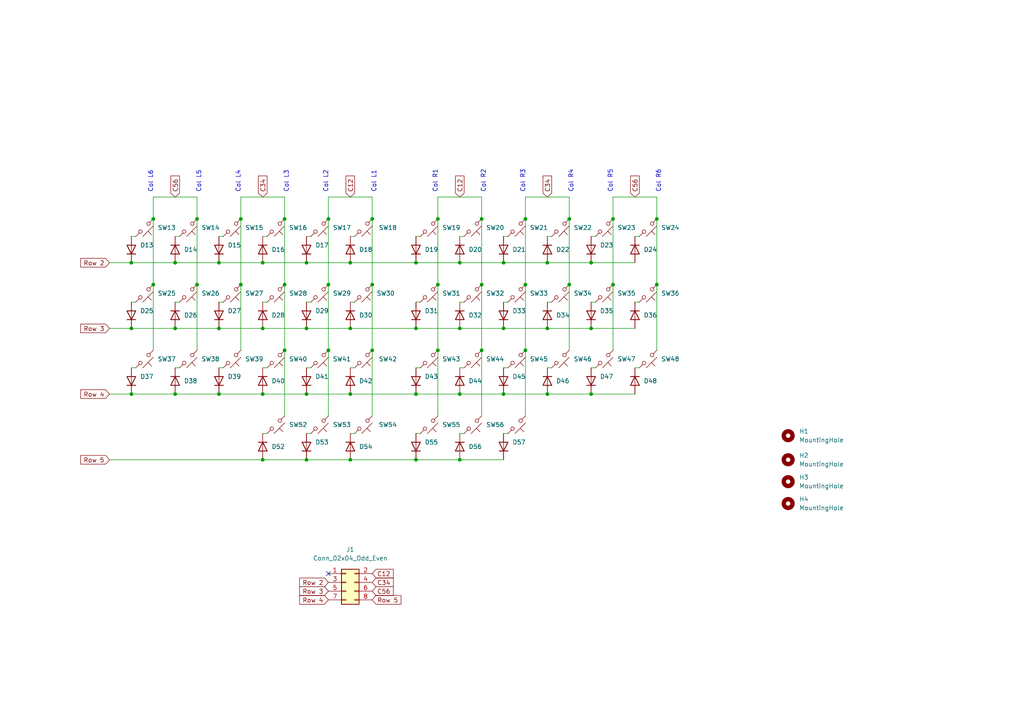
<source format=kicad_sch>
(kicad_sch (version 20230121) (generator eeschema)
  (paper "A4")
  (lib_symbols
    (symbol "Connector_Generic:Conn_02x04_Odd_Even" (pin_names (offset 1.016) hide)
      (property "Reference" "J" (at 1.27 5.08 0))
      (property "Value" "Conn_02x04_Odd_Even" (at 1.27 -7.62 0))
      (symbol "Conn_02x04_Odd_Even_1_1"
        (rectangle (start -1.27 -4.953) (end 0 -5.207) (stroke (width 0.1524)))
        (rectangle (start -1.27 -2.413) (end 0 -2.667) (stroke (width 0.1524)))
        (rectangle (start -1.27 0.127) (end 0 -0.127) (stroke (width 0.1524)))
        (rectangle (start -1.27 2.667) (end 0 2.413) (stroke (width 0.1524)))
        (rectangle (start -1.27 3.81) (end 3.81 -6.35) (stroke (width 0.254)) (fill (type background)))
        (rectangle (start 3.81 -4.953) (end 2.54 -5.207) (stroke (width 0.1524)))
        (rectangle (start 3.81 -2.413) (end 2.54 -2.667) (stroke (width 0.1524)))
        (rectangle (start 3.81 0.127) (end 2.54 -0.127) (stroke (width 0.1524)))
        (rectangle (start 3.81 2.667) (end 2.54 2.413) (stroke (width 0.1524)))
        (pin passive line (at -5.08 2.54 0) (length 3.81) (name "Pin_1") (number "1"))
        (pin passive line (at 7.62 2.54 180) (length 3.81) (name "Pin_2") (number "2"))
        (pin passive line (at -5.08 0 0) (length 3.81) (name "Pin_3") (number "3"))
        (pin passive line (at 7.62 0 180) (length 3.81) (name "Pin_4") (number "4"))
        (pin passive line (at -5.08 -2.54 0) (length 3.81) (name "Pin_5") (number "5"))
        (pin passive line (at 7.62 -2.54 180) (length 3.81) (name "Pin_6") (number "6"))
        (pin passive line (at -5.08 -5.08 0) (length 3.81) (name "Pin_7") (number "7"))
        (pin passive line (at 7.62 -5.08 180) (length 3.81) (name "Pin_8") (number "8"))
      )
    )
    (symbol "Diode:1N4448W" (pin_numbers hide) (pin_names hide)
      (property "Reference" "D" (at 0 2.54 0))
      (property "Value" "1N4448W" (at 0 -2.54 0))
      (symbol "1N4448W_0_1"
        (polyline (pts (xy -1.27 1.27) (xy -1.27 -1.27)) (stroke (width 0.254)))
        (polyline (pts (xy 1.27 0) (xy -1.27 0)))
        (polyline (pts (xy 1.27 1.27) (xy 1.27 -1.27) (xy -1.27 0) (xy 1.27 1.27)) (stroke (width 0.254)))
      )
      (symbol "1N4448W_1_1"
        (pin passive line (at -3.81 0 0) (length 2.54) (name "K") (number "1"))
        (pin passive line (at 3.81 0 180) (length 2.54) (name "A") (number "2"))
      )
    )
    (symbol "Mechanical:MountingHole" (pin_names (offset 1.016))
      (property "Reference" "H" (at 0 5.08 0))
      (property "Value" "MountingHole" (at 0 3.175 0))
      (symbol "MountingHole_0_1"
        (circle (center 0 0) (radius 1.27) (stroke (width 1.27)))
      )
    )
    (symbol "Switch:SW_Push_45deg" (pin_numbers hide) (pin_names (offset 1.016) hide)
      (property "Reference" "SW" (at 3.048 1.016 0))
      (property "Value" "SW_Push_45deg" (at 0 -3.81 0))
      (symbol "SW_Push_45deg_0_1"
        (circle (center -1.1684 1.1684) (radius 0.508))
        (polyline (pts (xy -0.508 2.54) (xy 2.54 -0.508)))
        (polyline (pts (xy 1.016 1.016) (xy 2.032 2.032)))
        (polyline (pts (xy -2.54 2.54) (xy -1.524 1.524) (xy -1.524 1.524)))
        (polyline (pts (xy 1.524 -1.524) (xy 2.54 -2.54) (xy 2.54 -2.54) (xy 2.54 -2.54)))
        (circle (center 1.143 -1.1938) (radius 0.508))
        (pin passive line (at -2.54 2.54 0) (length 0) (name "1") (number "1"))
        (pin passive line (at 2.54 -2.54 180) (length 0) (name "2") (number "2"))
      )
    )
  )
  (junction (at 139.7 101.6))
  (junction (at 38.1 95.25))
  (junction (at 101.6 95.25))
  (junction (at 146.05 95.25))
  (junction (at 88.9 95.25))
  (junction (at 171.45 76.2))
  (junction (at 177.8 82.55))
  (junction (at 63.5 76.2))
  (junction (at 101.6 133.35))
  (junction (at 82.55 101.6))
  (junction (at 139.7 63.5))
  (junction (at 152.4 101.6))
  (junction (at 171.45 95.25))
  (junction (at 127 63.5))
  (junction (at 57.15 63.5))
  (junction (at 158.75 95.25))
  (junction (at 50.8 95.25))
  (junction (at 152.4 63.5))
  (junction (at 88.9 114.3))
  (junction (at 95.25 63.5))
  (junction (at 57.15 82.55))
  (junction (at 76.2 114.3))
  (junction (at 76.2 133.35))
  (junction (at 38.1 114.3))
  (junction (at 107.95 101.6))
  (junction (at 152.4 82.55))
  (junction (at 127 82.55))
  (junction (at 120.65 76.2))
  (junction (at 120.65 133.35))
  (junction (at 165.1 63.5))
  (junction (at 82.55 63.5))
  (junction (at 133.35 95.25))
  (junction (at 133.35 114.3))
  (junction (at 146.05 114.3))
  (junction (at 120.65 114.3))
  (junction (at 63.5 95.25))
  (junction (at 139.7 82.55))
  (junction (at 44.45 63.5))
  (junction (at 76.2 95.25))
  (junction (at 88.9 76.2))
  (junction (at 190.5 82.55))
  (junction (at 50.8 114.3))
  (junction (at 165.1 82.55))
  (junction (at 133.35 133.35))
  (junction (at 133.35 76.2))
  (junction (at 107.95 63.5))
  (junction (at 50.8 76.2))
  (junction (at 101.6 114.3))
  (junction (at 120.65 95.25))
  (junction (at 190.5 63.5))
  (junction (at 171.45 114.3))
  (junction (at 76.2 76.2))
  (junction (at 69.85 63.5))
  (junction (at 69.85 82.55))
  (junction (at 82.55 82.55))
  (junction (at 63.5 114.3))
  (junction (at 127 101.6))
  (junction (at 44.45 82.55))
  (junction (at 101.6 76.2))
  (junction (at 95.25 82.55))
  (junction (at 158.75 76.2))
  (junction (at 107.95 82.55))
  (junction (at 95.25 101.6))
  (junction (at 158.75 114.3))
  (junction (at 177.8 63.5))
  (junction (at 88.9 133.35))
  (junction (at 38.1 76.2))
  (junction (at 146.05 76.2))
  (no_connect (at 95.25 166.37))
  (wire (pts (xy 95.25 101.6) (xy 95.25 120.65)))
  (wire (pts (xy 127 63.5) (xy 127 82.55)))
  (wire (pts (xy 172.72 87.63) (xy 171.45 87.63)))
  (wire (pts (xy 57.15 82.55) (xy 57.15 101.6)))
  (wire (pts (xy 76.2 95.25) (xy 88.9 95.25)))
  (wire (pts (xy 76.2 114.3) (xy 88.9 114.3)))
  (wire (pts (xy 76.2 125.73) (xy 77.47 125.73)))
  (wire (pts (xy 165.1 57.15) (xy 165.1 63.5)))
  (wire (pts (xy 120.65 133.35) (xy 133.35 133.35)))
  (wire (pts (xy 69.85 57.15) (xy 69.85 63.5)))
  (wire (pts (xy 158.75 68.58) (xy 160.02 68.58)))
  (wire (pts (xy 76.2 87.63) (xy 77.47 87.63)))
  (wire (pts (xy 171.45 76.2) (xy 184.15 76.2)))
  (wire (pts (xy 158.75 76.2) (xy 171.45 76.2)))
  (wire (pts (xy 146.05 114.3) (xy 158.75 114.3)))
  (wire (pts (xy 76.2 133.35) (xy 88.9 133.35)))
  (wire (pts (xy 64.77 87.63) (xy 63.5 87.63)))
  (wire (pts (xy 152.4 57.15) (xy 152.4 63.5)))
  (wire (pts (xy 133.35 68.58) (xy 134.62 68.58)))
  (wire (pts (xy 38.1 95.25) (xy 50.8 95.25)))
  (wire (pts (xy 127 82.55) (xy 127 101.6)))
  (wire (pts (xy 147.32 87.63) (xy 146.05 87.63)))
  (wire (pts (xy 121.92 106.68) (xy 120.65 106.68)))
  (wire (pts (xy 95.25 57.15) (xy 107.95 57.15)))
  (wire (pts (xy 121.92 68.58) (xy 120.65 68.58)))
  (wire (pts (xy 133.35 114.3) (xy 146.05 114.3)))
  (wire (pts (xy 101.6 106.68) (xy 102.87 106.68)))
  (wire (pts (xy 50.8 76.2) (xy 63.5 76.2)))
  (wire (pts (xy 184.15 68.58) (xy 185.42 68.58)))
  (wire (pts (xy 190.5 63.5) (xy 190.5 82.55)))
  (wire (pts (xy 158.75 114.3) (xy 171.45 114.3)))
  (wire (pts (xy 133.35 87.63) (xy 134.62 87.63)))
  (wire (pts (xy 95.25 82.55) (xy 95.25 101.6)))
  (wire (pts (xy 63.5 95.25) (xy 76.2 95.25)))
  (wire (pts (xy 184.15 87.63) (xy 185.42 87.63)))
  (wire (pts (xy 90.17 68.58) (xy 88.9 68.58)))
  (wire (pts (xy 177.8 57.15) (xy 177.8 63.5)))
  (wire (pts (xy 82.55 82.55) (xy 82.55 101.6)))
  (wire (pts (xy 152.4 63.5) (xy 152.4 82.55)))
  (wire (pts (xy 133.35 133.35) (xy 146.05 133.35)))
  (wire (pts (xy 107.95 101.6) (xy 107.95 120.65)))
  (wire (pts (xy 152.4 101.6) (xy 152.4 120.65)))
  (wire (pts (xy 158.75 106.68) (xy 160.02 106.68)))
  (wire (pts (xy 147.32 106.68) (xy 146.05 106.68)))
  (wire (pts (xy 190.5 57.15) (xy 190.5 63.5)))
  (wire (pts (xy 44.45 63.5) (xy 44.45 82.55)))
  (wire (pts (xy 69.85 82.55) (xy 69.85 101.6)))
  (wire (pts (xy 139.7 82.55) (xy 139.7 101.6)))
  (wire (pts (xy 172.72 68.58) (xy 171.45 68.58)))
  (wire (pts (xy 177.8 82.55) (xy 177.8 101.6)))
  (wire (pts (xy 120.65 76.2) (xy 133.35 76.2)))
  (wire (pts (xy 121.92 125.73) (xy 120.65 125.73)))
  (wire (pts (xy 44.45 57.15) (xy 57.15 57.15)))
  (wire (pts (xy 158.75 95.25) (xy 171.45 95.25)))
  (wire (pts (xy 39.37 87.63) (xy 38.1 87.63)))
  (wire (pts (xy 82.55 63.5) (xy 82.55 82.55)))
  (wire (pts (xy 165.1 63.5) (xy 165.1 82.55)))
  (wire (pts (xy 90.17 106.68) (xy 88.9 106.68)))
  (wire (pts (xy 50.8 95.25) (xy 63.5 95.25)))
  (wire (pts (xy 127 101.6) (xy 127 120.65)))
  (wire (pts (xy 64.77 68.58) (xy 63.5 68.58)))
  (wire (pts (xy 139.7 57.15) (xy 139.7 63.5)))
  (wire (pts (xy 88.9 76.2) (xy 101.6 76.2)))
  (wire (pts (xy 107.95 57.15) (xy 107.95 63.5)))
  (wire (pts (xy 133.35 125.73) (xy 134.62 125.73)))
  (wire (pts (xy 147.32 125.73) (xy 146.05 125.73)))
  (wire (pts (xy 120.65 114.3) (xy 133.35 114.3)))
  (wire (pts (xy 57.15 63.5) (xy 57.15 82.55)))
  (wire (pts (xy 31.75 95.25) (xy 38.1 95.25)))
  (wire (pts (xy 127 57.15) (xy 127 63.5)))
  (wire (pts (xy 121.92 87.63) (xy 120.65 87.63)))
  (wire (pts (xy 95.25 63.5) (xy 95.25 82.55)))
  (wire (pts (xy 158.75 87.63) (xy 160.02 87.63)))
  (wire (pts (xy 133.35 76.2) (xy 146.05 76.2)))
  (wire (pts (xy 101.6 87.63) (xy 102.87 87.63)))
  (wire (pts (xy 152.4 57.15) (xy 165.1 57.15)))
  (wire (pts (xy 76.2 106.68) (xy 77.47 106.68)))
  (wire (pts (xy 133.35 95.25) (xy 146.05 95.25)))
  (wire (pts (xy 50.8 114.3) (xy 63.5 114.3)))
  (wire (pts (xy 165.1 82.55) (xy 165.1 101.6)))
  (wire (pts (xy 39.37 68.58) (xy 38.1 68.58)))
  (wire (pts (xy 177.8 63.5) (xy 177.8 82.55)))
  (wire (pts (xy 31.75 114.3) (xy 38.1 114.3)))
  (wire (pts (xy 152.4 82.55) (xy 152.4 101.6)))
  (wire (pts (xy 90.17 87.63) (xy 88.9 87.63)))
  (wire (pts (xy 76.2 76.2) (xy 88.9 76.2)))
  (wire (pts (xy 139.7 63.5) (xy 139.7 82.55)))
  (wire (pts (xy 88.9 114.3) (xy 101.6 114.3)))
  (wire (pts (xy 88.9 133.35) (xy 101.6 133.35)))
  (wire (pts (xy 38.1 76.2) (xy 50.8 76.2)))
  (wire (pts (xy 38.1 114.3) (xy 50.8 114.3)))
  (wire (pts (xy 127 57.15) (xy 139.7 57.15)))
  (wire (pts (xy 39.37 106.68) (xy 38.1 106.68)))
  (wire (pts (xy 63.5 114.3) (xy 76.2 114.3)))
  (wire (pts (xy 88.9 95.25) (xy 101.6 95.25)))
  (wire (pts (xy 101.6 114.3) (xy 120.65 114.3)))
  (wire (pts (xy 133.35 106.68) (xy 134.62 106.68)))
  (wire (pts (xy 64.77 106.68) (xy 63.5 106.68)))
  (wire (pts (xy 139.7 101.6) (xy 139.7 120.65)))
  (wire (pts (xy 184.15 106.68) (xy 185.42 106.68)))
  (wire (pts (xy 101.6 95.25) (xy 120.65 95.25)))
  (wire (pts (xy 190.5 82.55) (xy 190.5 101.6)))
  (wire (pts (xy 147.32 68.58) (xy 146.05 68.58)))
  (wire (pts (xy 95.25 57.15) (xy 95.25 63.5)))
  (wire (pts (xy 57.15 57.15) (xy 57.15 63.5)))
  (wire (pts (xy 90.17 125.73) (xy 88.9 125.73)))
  (wire (pts (xy 44.45 82.55) (xy 44.45 101.6)))
  (wire (pts (xy 76.2 68.58) (xy 77.47 68.58)))
  (wire (pts (xy 101.6 133.35) (xy 120.65 133.35)))
  (wire (pts (xy 69.85 57.15) (xy 82.55 57.15)))
  (wire (pts (xy 172.72 106.68) (xy 171.45 106.68)))
  (wire (pts (xy 69.85 63.5) (xy 69.85 82.55)))
  (wire (pts (xy 82.55 57.15) (xy 82.55 63.5)))
  (wire (pts (xy 63.5 76.2) (xy 76.2 76.2)))
  (wire (pts (xy 101.6 68.58) (xy 102.87 68.58)))
  (wire (pts (xy 107.95 63.5) (xy 107.95 82.55)))
  (wire (pts (xy 177.8 57.15) (xy 190.5 57.15)))
  (wire (pts (xy 44.45 57.15) (xy 44.45 63.5)))
  (wire (pts (xy 31.75 133.35) (xy 76.2 133.35)))
  (wire (pts (xy 50.8 106.68) (xy 52.07 106.68)))
  (wire (pts (xy 171.45 95.25) (xy 184.15 95.25)))
  (wire (pts (xy 120.65 95.25) (xy 133.35 95.25)))
  (wire (pts (xy 50.8 87.63) (xy 52.07 87.63)))
  (wire (pts (xy 107.95 82.55) (xy 107.95 101.6)))
  (wire (pts (xy 171.45 114.3) (xy 184.15 114.3)))
  (wire (pts (xy 101.6 125.73) (xy 102.87 125.73)))
  (wire (pts (xy 101.6 76.2) (xy 120.65 76.2)))
  (wire (pts (xy 146.05 95.25) (xy 158.75 95.25)))
  (wire (pts (xy 31.75 76.2) (xy 38.1 76.2)))
  (wire (pts (xy 146.05 76.2) (xy 158.75 76.2)))
  (wire (pts (xy 50.8 68.58) (xy 52.07 68.58)))
  (wire (pts (xy 82.55 101.6) (xy 82.55 120.65)))
  (text "Col L4" (at 69.85 55.88 90) (effects (font (size 1.27 1.27)) (justify left bottom)))
  (text "Col R1" (at 127 55.88 90) (effects (font (size 1.27 1.27)) (justify left bottom)))
  (text "Col L1" (at 109.22 55.88 90) (effects (font (size 1.27 1.27)) (justify left bottom)))
  (text "Col R5" (at 177.8 55.88 90) (effects (font (size 1.27 1.27)) (justify left bottom)))
  (text "Col L6" (at 44.45 55.88 90) (effects (font (size 1.27 1.27)) (justify left bottom)))
  (text "Col R3" (at 152.4 55.88 90) (effects (font (size 1.27 1.27)) (justify left bottom)))
  (text "Col L3" (at 83.82 55.88 90) (effects (font (size 1.27 1.27)) (justify left bottom)))
  (text "Col R6" (at 191.77 55.88 90) (effects (font (size 1.27 1.27)) (justify left bottom)))
  (text "Col L5" (at 58.42 55.88 90) (effects (font (size 1.27 1.27)) (justify left bottom)))
  (text "Col R2" (at 140.97 55.88 90) (effects (font (size 1.27 1.27)) (justify left bottom)))
  (text "Col R4" (at 166.37 55.88 90) (effects (font (size 1.27 1.27)) (justify left bottom)))
  (text "Col L2" (at 95.25 55.88 90) (effects (font (size 1.27 1.27)) (justify left bottom)))
  (global_label "Row 4" (shape input) (at 95.25 173.99 180) (property "Intersheetrefs" "${INTERSHEET_REFS}" (effects hide)))
  (global_label "C56" (shape input) (at 107.95 171.45 0) (property "Intersheetrefs" "${INTERSHEET_REFS}" (effects hide)))
  (global_label "C12" (shape input) (at 101.6 57.15 90) (property "Intersheetrefs" "${INTERSHEET_REFS}" (effects hide)))
  (global_label "C34" (shape input) (at 158.75 57.15 90) (property "Intersheetrefs" "${INTERSHEET_REFS}" (effects hide)))
  (global_label "C56" (shape input) (at 184.15 57.15 90) (property "Intersheetrefs" "${INTERSHEET_REFS}" (effects hide)))
  (global_label "C12" (shape input) (at 133.35 57.15 90) (property "Intersheetrefs" "${INTERSHEET_REFS}" (effects hide)))
  (global_label "Row 2" (shape input) (at 31.75 76.2 180) (property "Intersheetrefs" "${INTERSHEET_REFS}" (effects hide)))
  (global_label "Row 5" (shape input) (at 107.95 173.99 0) (property "Intersheetrefs" "${INTERSHEET_REFS}" (effects hide)))
  (global_label "Row 5" (shape input) (at 31.75 133.35 180) (property "Intersheetrefs" "${INTERSHEET_REFS}" (effects hide)))
  (global_label "C56" (shape input) (at 50.8 57.15 90) (property "Intersheetrefs" "${INTERSHEET_REFS}" (effects hide)))
  (global_label "Row 3" (shape input) (at 95.25 171.45 180) (property "Intersheetrefs" "${INTERSHEET_REFS}" (effects hide)))
  (global_label "C12" (shape input) (at 107.95 166.37 0) (property "Intersheetrefs" "${INTERSHEET_REFS}" (effects hide)))
  (global_label "Row 4" (shape input) (at 31.75 114.3 180) (property "Intersheetrefs" "${INTERSHEET_REFS}" (effects hide)))
  (global_label "Row 3" (shape input) (at 31.75 95.25 180) (property "Intersheetrefs" "${INTERSHEET_REFS}" (effects hide)))
  (global_label "C34" (shape input) (at 76.2 57.15 90) (property "Intersheetrefs" "${INTERSHEET_REFS}" (effects hide)))
  (global_label "Row 2" (shape input) (at 95.25 168.91 180) (property "Intersheetrefs" "${INTERSHEET_REFS}" (effects hide)))
  (global_label "C34" (shape input) (at 107.95 168.91 0) (property "Intersheetrefs" "${INTERSHEET_REFS}" (effects hide)))
  (symbol (lib_id "Diode:1N4448W") (at 146.05 72.39 90) (unit 1)
    (property "Reference" "D21" (at 148.59 72.3899 90) (effects (justify right)))
    (property "Value" "1N4448W" (effects hide))
    (property "Footprint" "Keyboard_Foostan:D3_SMD_v2" (effects hide))
    (property "Datasheet" "https://www.vishay.com/docs/85722/1n4448w.pdf" (effects hide))
  )
  (symbol (lib_id "Diode:1N4448W") (at 38.1 91.44 90) (unit 1)
    (property "Reference" "D25" (at 40.64 90.1699 90) (effects (justify right)))
    (property "Value" "1N4448W" (effects hide))
    (property "Footprint" "Keyboard_Foostan:D3_SMD_v2" (effects hide))
    (property "Datasheet" "https://www.vishay.com/docs/85722/1n4448w.pdf" (effects hide))
  )
  (symbol (lib_id "Diode:1N4448W") (at 38.1 110.49 90) (unit 1)
    (property "Reference" "D37" (at 40.64 109.2199 90) (effects (justify right)))
    (property "Value" "1N4448W" (effects hide))
    (property "Footprint" "Keyboard_Foostan:D3_SMD_v2" (effects hide))
    (property "Datasheet" "https://www.vishay.com/docs/85722/1n4448w.pdf" (effects hide))
  )
  (symbol (lib_id "Switch:SW_Push_45deg") (at 54.61 66.04 270) (unit 1)
    (property "Reference" "SW14" (at 58.42 66.0399 90) (effects (justify left)))
    (property "Value" "SW_Push_45deg" (effects hide))
    (property "Footprint" "Keyboard_JSA:ChocV1_Hotswap_reverse" (effects hide))
  )
  (symbol (lib_id "Switch:SW_Push_45deg") (at 149.86 85.09 270) (unit 1)
    (property "Reference" "SW33" (at 153.67 85.0899 90) (effects (justify left)))
    (property "Value" "SW_Push_45deg" (effects hide))
    (property "Footprint" "Keyboard_JSA:ChocV1_Hotswap" (effects hide))
  )
  (symbol (lib_id "Diode:1N4448W") (at 120.65 72.39 90) (unit 1)
    (property "Reference" "D19" (at 123.19 72.3899 90) (effects (justify right)))
    (property "Value" "1N4448W" (effects hide))
    (property "Footprint" "Keyboard_Foostan:D3_SMD_v2" (effects hide))
    (property "Datasheet" "https://www.vishay.com/docs/85722/1n4448w.pdf" (effects hide))
  )
  (symbol (lib_id "Switch:SW_Push_45deg") (at 41.91 104.14 270) (unit 1)
    (property "Reference" "SW37" (at 45.72 104.1399 90) (effects (justify left)))
    (property "Value" "SW_Push_45deg" (effects hide))
    (property "Footprint" "Keyboard_JSA:ChocV1_Hotswap_reverse" (effects hide))
  )
  (symbol (lib_id "Switch:SW_Push_45deg") (at 149.86 66.04 270) (unit 1)
    (property "Reference" "SW21" (at 153.67 66.0399 90) (effects (justify left)))
    (property "Value" "SW_Push_45deg" (effects hide))
    (property "Footprint" "Keyboard_JSA:ChocV1_Hotswap" (effects hide))
  )
  (symbol (lib_id "Switch:SW_Push_45deg") (at 105.41 123.19 270) (unit 1)
    (property "Reference" "SW54" (at 109.855 123.19 90) (effects (justify left)))
    (property "Value" "SW_Push_45deg" (effects hide))
    (property "Footprint" "Keyboard_JSA:ChocV1_Hotswap_reverse" (effects hide))
  )
  (symbol (lib_id "Diode:1N4448W") (at 120.65 110.49 90) (unit 1)
    (property "Reference" "D43" (at 123.19 109.2199 90) (effects (justify right)))
    (property "Value" "1N4448W" (effects hide))
    (property "Footprint" "Keyboard_Foostan:D3_SMD_v2" (effects hide))
    (property "Datasheet" "https://www.vishay.com/docs/85722/1n4448w.pdf" (effects hide))
  )
  (symbol (lib_id "Switch:SW_Push_45deg") (at 149.86 104.14 270) (unit 1)
    (property "Reference" "SW45" (at 153.67 104.1399 90) (effects (justify left)))
    (property "Value" "SW_Push_45deg" (effects hide))
    (property "Footprint" "Keyboard_JSA:ChocV1_Hotswap" (effects hide))
  )
  (symbol (lib_id "Switch:SW_Push_45deg") (at 80.01 85.09 270) (unit 1)
    (property "Reference" "SW28" (at 83.82 85.0899 90) (effects (justify left)))
    (property "Value" "SW_Push_45deg" (effects hide))
    (property "Footprint" "Keyboard_JSA:ChocV1_Hotswap_reverse" (effects hide))
  )
  (symbol (lib_id "Mechanical:MountingHole") (at 228.6 139.7 0) (unit 1)
    (property "Reference" "H3" (at 231.775 138.4299 0) (effects (justify left)))
    (property "Value" "MountingHole" (at 231.775 140.9699 0) (effects (justify left)))
    (property "Footprint" "MountingHole:MountingHole_3.2mm_M3_DIN965" (effects hide))
  )
  (symbol (lib_id "Diode:1N4448W") (at 88.9 72.39 90) (unit 1)
    (property "Reference" "D17" (at 91.44 71.1199 90) (effects (justify right)))
    (property "Value" "1N4448W" (effects hide))
    (property "Footprint" "Keyboard_Foostan:D3_SMD_v2" (effects hide))
    (property "Datasheet" "https://www.vishay.com/docs/85722/1n4448w.pdf" (effects hide))
  )
  (symbol (lib_id "Diode:1N4448W") (at 63.5 72.39 90) (unit 1)
    (property "Reference" "D15" (at 66.04 71.1199 90) (effects (justify right)))
    (property "Value" "1N4448W" (effects hide))
    (property "Footprint" "Keyboard_Foostan:D3_SMD_v2" (effects hide))
    (property "Datasheet" "https://www.vishay.com/docs/85722/1n4448w.pdf" (effects hide))
  )
  (symbol (lib_id "Switch:SW_Push_45deg") (at 137.16 66.04 270) (unit 1)
    (property "Reference" "SW20" (at 140.97 66.0399 90) (effects (justify left)))
    (property "Value" "SW_Push_45deg" (effects hide))
    (property "Footprint" "Keyboard_JSA:ChocV1_Hotswap" (effects hide))
  )
  (symbol (lib_id "Diode:1N4448W") (at 88.9 110.49 90) (unit 1)
    (property "Reference" "D41" (at 91.44 109.2199 90) (effects (justify right)))
    (property "Value" "1N4448W" (effects hide))
    (property "Footprint" "Keyboard_Foostan:D3_SMD_v2" (effects hide))
    (property "Datasheet" "https://www.vishay.com/docs/85722/1n4448w.pdf" (effects hide))
  )
  (symbol (lib_id "Diode:1N4448W") (at 38.1 72.39 90) (unit 1)
    (property "Reference" "D13" (at 40.64 71.1199 90) (effects (justify right)))
    (property "Value" "1N4448W" (effects hide))
    (property "Footprint" "Keyboard_Foostan:D3_SMD_v2" (effects hide))
    (property "Datasheet" "https://www.vishay.com/docs/85722/1n4448w.pdf" (effects hide))
  )
  (symbol (lib_id "Switch:SW_Push_45deg") (at 67.31 85.09 270) (unit 1)
    (property "Reference" "SW27" (at 71.12 85.0899 90) (effects (justify left)))
    (property "Value" "SW_Push_45deg" (effects hide))
    (property "Footprint" "Keyboard_JSA:ChocV1_Hotswap_reverse" (effects hide))
  )
  (symbol (lib_id "Switch:SW_Push_45deg") (at 187.96 85.09 270) (unit 1)
    (property "Reference" "SW36" (at 191.77 85.0899 90) (effects (justify left)))
    (property "Value" "SW_Push_45deg" (effects hide))
    (property "Footprint" "Keyboard_JSA:ChocV1_Hotswap" (effects hide))
  )
  (symbol (lib_id "Switch:SW_Push_45deg") (at 175.26 85.09 270) (unit 1)
    (property "Reference" "SW35" (at 179.07 85.0899 90) (effects (justify left)))
    (property "Value" "SW_Push_45deg" (effects hide))
    (property "Footprint" "Keyboard_JSA:ChocV1_Hotswap" (effects hide))
  )
  (symbol (lib_id "Switch:SW_Push_45deg") (at 137.16 85.09 270) (unit 1)
    (property "Reference" "SW32" (at 140.97 85.0899 90) (effects (justify left)))
    (property "Value" "SW_Push_45deg" (effects hide))
    (property "Footprint" "Keyboard_JSA:ChocV1_Hotswap" (effects hide))
  )
  (symbol (lib_id "Switch:SW_Push_45deg") (at 54.61 104.14 270) (unit 1)
    (property "Reference" "SW38" (at 58.42 104.1399 90) (effects (justify left)))
    (property "Value" "SW_Push_45deg" (effects hide))
    (property "Footprint" "Keyboard_JSA:ChocV1_Hotswap_reverse" (effects hide))
  )
  (symbol (lib_id "Switch:SW_Push_45deg") (at 124.46 85.09 270) (unit 1)
    (property "Reference" "SW31" (at 128.27 85.0899 90) (effects (justify left)))
    (property "Value" "SW_Push_45deg" (effects hide))
    (property "Footprint" "Keyboard_JSA:ChocV1_Hotswap" (effects hide))
  )
  (symbol (lib_id "Diode:1N4448W") (at 120.65 91.44 90) (unit 1)
    (property "Reference" "D31" (at 123.19 90.1699 90) (effects (justify right)))
    (property "Value" "1N4448W" (effects hide))
    (property "Footprint" "Keyboard_Foostan:D3_SMD_v2" (effects hide))
    (property "Datasheet" "https://www.vishay.com/docs/85722/1n4448w.pdf" (effects hide))
  )
  (symbol (lib_id "Switch:SW_Push_45deg") (at 41.91 85.09 270) (unit 1)
    (property "Reference" "SW25" (at 45.72 85.0899 90) (effects (justify left)))
    (property "Value" "SW_Push_45deg" (effects hide))
    (property "Footprint" "Keyboard_JSA:ChocV1_Hotswap_reverse" (effects hide))
  )
  (symbol (lib_id "Mechanical:MountingHole") (at 228.6 146.05 0) (unit 1)
    (property "Reference" "H4" (at 231.775 144.7799 0) (effects (justify left)))
    (property "Value" "MountingHole" (at 231.775 147.3199 0) (effects (justify left)))
    (property "Footprint" "MountingHole:MountingHole_3.2mm_M3_DIN965" (effects hide))
  )
  (symbol (lib_id "Diode:1N4448W") (at 76.2 110.49 270) (unit 1)
    (property "Reference" "D40" (at 78.74 110.4899 90) (effects (justify left)))
    (property "Value" "1N4448W" (effects hide))
    (property "Footprint" "Keyboard_Foostan:D3_SMD_v2" (effects hide))
    (property "Datasheet" "https://www.vishay.com/docs/85722/1n4448w.pdf" (effects hide))
  )
  (symbol (lib_id "Diode:1N4448W") (at 184.15 72.39 270) (unit 1)
    (property "Reference" "D24" (at 186.69 72.3899 90) (effects (justify left)))
    (property "Value" "1N4448W" (effects hide))
    (property "Footprint" "Keyboard_Foostan:D3_SMD_v2" (effects hide))
    (property "Datasheet" "https://www.vishay.com/docs/85722/1n4448w.pdf" (effects hide))
  )
  (symbol (lib_id "Diode:1N4448W") (at 120.65 129.54 90) (unit 1)
    (property "Reference" "D55" (at 123.19 128.2699 90) (effects (justify right)))
    (property "Value" "1N4448W" (effects hide))
    (property "Footprint" "Keyboard_Foostan:D3_SMD_v2" (effects hide))
    (property "Datasheet" "https://www.vishay.com/docs/85722/1n4448w.pdf" (effects hide))
  )
  (symbol (lib_id "Diode:1N4448W") (at 76.2 129.54 270) (unit 1)
    (property "Reference" "D52" (at 78.74 129.5399 90) (effects (justify left)))
    (property "Value" "1N4448W" (effects hide))
    (property "Footprint" "Keyboard_Foostan:D3_SMD_v2" (effects hide))
    (property "Datasheet" "https://www.vishay.com/docs/85722/1n4448w.pdf" (effects hide))
  )
  (symbol (lib_id "Diode:1N4448W") (at 184.15 110.49 270) (unit 1)
    (property "Reference" "D48" (at 186.69 110.4899 90) (effects (justify left)))
    (property "Value" "1N4448W" (effects hide))
    (property "Footprint" "Keyboard_Foostan:D3_SMD_v2" (effects hide))
    (property "Datasheet" "https://www.vishay.com/docs/85722/1n4448w.pdf" (effects hide))
  )
  (symbol (lib_id "Switch:SW_Push_45deg") (at 162.56 66.04 270) (unit 1)
    (property "Reference" "SW22" (at 166.37 66.0399 90) (effects (justify left)))
    (property "Value" "SW_Push_45deg" (effects hide))
    (property "Footprint" "Keyboard_JSA:ChocV1_Hotswap" (effects hide))
  )
  (symbol (lib_id "Diode:1N4448W") (at 133.35 72.39 270) (unit 1)
    (property "Reference" "D20" (at 135.89 72.3899 90) (effects (justify left)))
    (property "Value" "1N4448W" (effects hide))
    (property "Footprint" "Keyboard_Foostan:D3_SMD_v2" (effects hide))
    (property "Datasheet" "https://www.vishay.com/docs/85722/1n4448w.pdf" (effects hide))
  )
  (symbol (lib_id "Switch:SW_Push_45deg") (at 137.16 123.19 270) (unit 1)
    (property "Reference" "SW56" (at 140.97 123.1899 90) (effects (justify left)))
    (property "Value" "SW_Push_45deg" (effects hide))
    (property "Footprint" "Keyboard_JSA:ChocV1_Hotswap" (effects hide))
  )
  (symbol (lib_id "Diode:1N4448W") (at 101.6 91.44 270) (unit 1)
    (property "Reference" "D30" (at 104.14 91.4399 90) (effects (justify left)))
    (property "Value" "1N4448W" (effects hide))
    (property "Footprint" "Keyboard_Foostan:D3_SMD_v2" (effects hide))
    (property "Datasheet" "https://www.vishay.com/docs/85722/1n4448w.pdf" (effects hide))
  )
  (symbol (lib_id "Diode:1N4448W") (at 101.6 110.49 270) (unit 1)
    (property "Reference" "D42" (at 104.14 110.4899 90) (effects (justify left)))
    (property "Value" "1N4448W" (effects hide))
    (property "Footprint" "Keyboard_Foostan:D3_SMD_v2" (effects hide))
    (property "Datasheet" "https://www.vishay.com/docs/85722/1n4448w.pdf" (effects hide))
  )
  (symbol (lib_id "Switch:SW_Push_45deg") (at 124.46 123.19 270) (unit 1)
    (property "Reference" "SW55" (at 128.27 123.1899 90) (effects (justify left)))
    (property "Value" "SW_Push_45deg" (effects hide))
    (property "Footprint" "Keyboard_JSA:ChocV1_Hotswap" (effects hide))
  )
  (symbol (lib_id "Mechanical:MountingHole") (at 228.6 133.35 0) (unit 1)
    (property "Reference" "H2" (at 231.775 132.0799 0) (effects (justify left)))
    (property "Value" "MountingHole" (at 231.775 134.6199 0) (effects (justify left)))
    (property "Footprint" "MountingHole:MountingHole_3.2mm_M3_DIN965" (effects hide))
  )
  (symbol (lib_id "Switch:SW_Push_45deg") (at 162.56 104.14 270) (unit 1)
    (property "Reference" "SW46" (at 166.37 104.1399 90) (effects (justify left)))
    (property "Value" "SW_Push_45deg" (effects hide))
    (property "Footprint" "Keyboard_JSA:ChocV1_Hotswap" (effects hide))
  )
  (symbol (lib_id "Switch:SW_Push_45deg") (at 105.41 85.09 270) (unit 1)
    (property "Reference" "SW30" (at 109.22 85.09 90) (effects (justify left)))
    (property "Value" "SW_Push_45deg" (effects hide))
    (property "Footprint" "Keyboard_JSA:ChocV1_Hotswap_reverse" (effects hide))
  )
  (symbol (lib_id "Switch:SW_Push_45deg") (at 41.91 66.04 270) (unit 1)
    (property "Reference" "SW13" (at 45.72 66.0399 90) (effects (justify left)))
    (property "Value" "SW_Push_45deg" (effects hide))
    (property "Footprint" "Keyboard_JSA:ChocV1_Hotswap_reverse" (effects hide))
  )
  (symbol (lib_id "Connector_Generic:Conn_02x04_Odd_Even") (at 100.33 168.91 0) (unit 1)
    (property "Reference" "J1" (at 101.6 159.385 0))
    (property "Value" "Conn_02x04_Odd_Even" (at 101.6 161.925 0))
    (property "Footprint" "Keyboard_JSA:matrix_connector" (effects hide))
  )
  (symbol (lib_id "Diode:1N4448W") (at 101.6 72.39 270) (unit 1)
    (property "Reference" "D18" (at 104.14 72.3899 90) (effects (justify left)))
    (property "Value" "1N4448W" (effects hide))
    (property "Footprint" "Keyboard_Foostan:D3_SMD_v2" (effects hide))
    (property "Datasheet" "https://www.vishay.com/docs/85722/1n4448w.pdf" (effects hide))
  )
  (symbol (lib_id "Diode:1N4448W") (at 63.5 110.49 90) (unit 1)
    (property "Reference" "D39" (at 66.04 109.2199 90) (effects (justify right)))
    (property "Value" "1N4448W" (effects hide))
    (property "Footprint" "Keyboard_Foostan:D3_SMD_v2" (effects hide))
    (property "Datasheet" "https://www.vishay.com/docs/85722/1n4448w.pdf" (effects hide))
  )
  (symbol (lib_id "Diode:1N4448W") (at 158.75 110.49 270) (unit 1)
    (property "Reference" "D46" (at 161.29 110.4899 90) (effects (justify left)))
    (property "Value" "1N4448W" (effects hide))
    (property "Footprint" "Keyboard_Foostan:D3_SMD_v2" (effects hide))
    (property "Datasheet" "https://www.vishay.com/docs/85722/1n4448w.pdf" (effects hide))
  )
  (symbol (lib_id "Switch:SW_Push_45deg") (at 149.86 123.19 270) (unit 1)
    (property "Reference" "SW57" (effects hide))
    (property "Value" "SW_Push_45deg" (effects hide))
    (property "Footprint" "Keyboard_JSA:ChocV1_Hotswap" (effects hide))
  )
  (symbol (lib_id "Switch:SW_Push_45deg") (at 67.31 66.04 270) (unit 1)
    (property "Reference" "SW15" (at 71.12 66.0399 90) (effects (justify left)))
    (property "Value" "SW_Push_45deg" (effects hide))
    (property "Footprint" "Keyboard_JSA:ChocV1_Hotswap_reverse" (effects hide))
  )
  (symbol (lib_id "Diode:1N4448W") (at 101.6 129.54 270) (unit 1)
    (property "Reference" "D54" (at 104.14 129.5399 90) (effects (justify left)))
    (property "Value" "1N4448W" (effects hide))
    (property "Footprint" "Keyboard_Foostan:D3_SMD_v2" (effects hide))
    (property "Datasheet" "https://www.vishay.com/docs/85722/1n4448w.pdf" (effects hide))
  )
  (symbol (lib_id "Diode:1N4448W") (at 146.05 129.54 90) (unit 1)
    (property "Reference" "D57" (at 148.59 128.2699 90) (effects (justify right)))
    (property "Value" "1N4448W" (effects hide))
    (property "Footprint" "Keyboard_Foostan:D3_SMD_v2" (effects hide))
    (property "Datasheet" "https://www.vishay.com/docs/85722/1n4448w.pdf" (effects hide))
  )
  (symbol (lib_id "Switch:SW_Push_45deg") (at 105.41 104.14 270) (unit 1)
    (property "Reference" "SW42" (at 109.855 104.14 90) (effects (justify left)))
    (property "Value" "SW_Push_45deg" (effects hide))
    (property "Footprint" "Keyboard_JSA:ChocV1_Hotswap_reverse" (effects hide))
  )
  (symbol (lib_id "Switch:SW_Push_45deg") (at 54.61 85.09 270) (unit 1)
    (property "Reference" "SW26" (at 58.42 85.0899 90) (effects (justify left)))
    (property "Value" "SW_Push_45deg" (effects hide))
    (property "Footprint" "Keyboard_JSA:ChocV1_Hotswap_reverse" (effects hide))
  )
  (symbol (lib_id "Switch:SW_Push_45deg") (at 175.26 104.14 270) (unit 1)
    (property "Reference" "SW47" (at 179.07 104.1399 90) (effects (justify left)))
    (property "Value" "SW_Push_45deg" (effects hide))
    (property "Footprint" "Keyboard_JSA:ChocV1_Hotswap" (effects hide))
  )
  (symbol (lib_id "Diode:1N4448W") (at 133.35 91.44 270) (unit 1)
    (property "Reference" "D32" (at 135.89 91.4399 90) (effects (justify left)))
    (property "Value" "1N4448W" (effects hide))
    (property "Footprint" "Keyboard_Foostan:D3_SMD_v2" (effects hide))
    (property "Datasheet" "https://www.vishay.com/docs/85722/1n4448w.pdf" (effects hide))
  )
  (symbol (lib_id "Switch:SW_Push_45deg") (at 187.96 104.14 270) (unit 1)
    (property "Reference" "SW48" (at 191.77 104.1399 90) (effects (justify left)))
    (property "Value" "SW_Push_45deg" (effects hide))
    (property "Footprint" "Keyboard_JSA:ChocV1_Hotswap" (effects hide))
  )
  (symbol (lib_id "Diode:1N4448W") (at 50.8 72.39 270) (unit 1)
    (property "Reference" "D14" (at 53.34 72.3899 90) (effects (justify left)))
    (property "Value" "1N4448W" (effects hide))
    (property "Footprint" "Keyboard_Foostan:D3_SMD_v2" (effects hide))
    (property "Datasheet" "https://www.vishay.com/docs/85722/1n4448w.pdf" (effects hide))
  )
  (symbol (lib_id "Switch:SW_Push_45deg") (at 92.71 85.09 270) (unit 1)
    (property "Reference" "SW29" (at 96.52 85.0899 90) (effects (justify left)))
    (property "Value" "SW_Push_45deg" (effects hide))
    (property "Footprint" "Keyboard_JSA:ChocV1_Hotswap_reverse" (effects hide))
  )
  (symbol (lib_id "Diode:1N4448W") (at 158.75 91.44 270) (unit 1)
    (property "Reference" "D34" (at 161.29 91.4399 90) (effects (justify left)))
    (property "Value" "1N4448W" (effects hide))
    (property "Footprint" "Keyboard_Foostan:D3_SMD_v2" (effects hide))
    (property "Datasheet" "https://www.vishay.com/docs/85722/1n4448w.pdf" (effects hide))
  )
  (symbol (lib_id "Diode:1N4448W") (at 146.05 110.49 90) (unit 1)
    (property "Reference" "D45" (at 148.59 109.2199 90) (effects (justify right)))
    (property "Value" "1N4448W" (effects hide))
    (property "Footprint" "Keyboard_Foostan:D3_SMD_v2" (effects hide))
    (property "Datasheet" "https://www.vishay.com/docs/85722/1n4448w.pdf" (effects hide))
  )
  (symbol (lib_id "Diode:1N4448W") (at 158.75 72.39 270) (unit 1)
    (property "Reference" "D22" (at 161.29 72.3899 90) (effects (justify left)))
    (property "Value" "1N4448W" (effects hide))
    (property "Footprint" "Keyboard_Foostan:D3_SMD_v2" (effects hide))
    (property "Datasheet" "https://www.vishay.com/docs/85722/1n4448w.pdf" (effects hide))
  )
  (symbol (lib_id "Switch:SW_Push_45deg") (at 137.16 104.14 270) (unit 1)
    (property "Reference" "SW44" (at 140.97 104.1399 90) (effects (justify left)))
    (property "Value" "SW_Push_45deg" (effects hide))
    (property "Footprint" "Keyboard_JSA:ChocV1_Hotswap" (effects hide))
  )
  (symbol (lib_id "Switch:SW_Push_45deg") (at 67.31 104.14 270) (unit 1)
    (property "Reference" "SW39" (at 71.12 104.1399 90) (effects (justify left)))
    (property "Value" "SW_Push_45deg" (effects hide))
    (property "Footprint" "Keyboard_JSA:ChocV1_Hotswap_reverse" (effects hide))
  )
  (symbol (lib_id "Diode:1N4448W") (at 50.8 110.49 270) (unit 1)
    (property "Reference" "D38" (at 53.34 110.4899 90) (effects (justify left)))
    (property "Value" "1N4448W" (effects hide))
    (property "Footprint" "Keyboard_Foostan:D3_SMD_v2" (effects hide))
    (property "Datasheet" "https://www.vishay.com/docs/85722/1n4448w.pdf" (effects hide))
  )
  (symbol (lib_id "Diode:1N4448W") (at 63.5 91.44 90) (unit 1)
    (property "Reference" "D27" (at 66.04 90.1699 90) (effects (justify right)))
    (property "Value" "1N4448W" (effects hide))
    (property "Footprint" "Keyboard_Foostan:D3_SMD_v2" (effects hide))
    (property "Datasheet" "https://www.vishay.com/docs/85722/1n4448w.pdf" (effects hide))
  )
  (symbol (lib_id "Diode:1N4448W") (at 50.8 91.44 270) (unit 1)
    (property "Reference" "D26" (at 53.34 91.4399 90) (effects (justify left)))
    (property "Value" "1N4448W" (effects hide))
    (property "Footprint" "Keyboard_Foostan:D3_SMD_v2" (effects hide))
    (property "Datasheet" "https://www.vishay.com/docs/85722/1n4448w.pdf" (effects hide))
  )
  (symbol (lib_id "Diode:1N4448W") (at 88.9 129.54 90) (unit 1)
    (property "Reference" "D53" (at 91.44 128.2699 90) (effects (justify right)))
    (property "Value" "1N4448W" (effects hide))
    (property "Footprint" "Keyboard_Foostan:D3_SMD_v2" (effects hide))
    (property "Datasheet" "https://www.vishay.com/docs/85722/1n4448w.pdf" (effects hide))
  )
  (symbol (lib_id "Mechanical:MountingHole") (at 228.6 126.365 0) (unit 1)
    (property "Reference" "H1" (at 231.775 125.0949 0) (effects (justify left)))
    (property "Value" "MountingHole" (at 231.775 127.6349 0) (effects (justify left)))
    (property "Footprint" "MountingHole:MountingHole_3.2mm_M3_DIN965" (effects hide))
  )
  (symbol (lib_id "Switch:SW_Push_45deg") (at 80.01 66.04 270) (unit 1)
    (property "Reference" "SW16" (at 83.82 66.0399 90) (effects (justify left)))
    (property "Value" "SW_Push_45deg" (effects hide))
    (property "Footprint" "Keyboard_JSA:ChocV1_Hotswap_reverse" (effects hide))
  )
  (symbol (lib_id "Diode:1N4448W") (at 171.45 91.44 90) (unit 1)
    (property "Reference" "D35" (at 173.99 90.1699 90) (effects (justify right)))
    (property "Value" "1N4448W" (effects hide))
    (property "Footprint" "Keyboard_Foostan:D3_SMD_v2" (effects hide))
    (property "Datasheet" "https://www.vishay.com/docs/85722/1n4448w.pdf" (effects hide))
  )
  (symbol (lib_id "Switch:SW_Push_45deg") (at 105.41 66.04 270) (unit 1)
    (property "Reference" "SW18" (at 109.855 66.04 90) (effects (justify left)))
    (property "Value" "SW_Push_45deg" (effects hide))
    (property "Footprint" "Keyboard_JSA:ChocV1_Hotswap_reverse" (effects hide))
  )
  (symbol (lib_id "Switch:SW_Push_45deg") (at 124.46 104.14 270) (unit 1)
    (property "Reference" "SW43" (at 128.27 104.1399 90) (effects (justify left)))
    (property "Value" "SW_Push_45deg" (effects hide))
    (property "Footprint" "Keyboard_JSA:ChocV1_Hotswap" (effects hide))
  )
  (symbol (lib_id "Diode:1N4448W") (at 76.2 91.44 270) (unit 1)
    (property "Reference" "D28" (at 78.74 91.4399 90) (effects (justify left)))
    (property "Value" "1N4448W" (effects hide))
    (property "Footprint" "Keyboard_Foostan:D3_SMD_v2" (effects hide))
    (property "Datasheet" "https://www.vishay.com/docs/85722/1n4448w.pdf" (effects hide))
  )
  (symbol (lib_id "Diode:1N4448W") (at 133.35 110.49 270) (unit 1)
    (property "Reference" "D44" (at 135.89 110.4899 90) (effects (justify left)))
    (property "Value" "1N4448W" (effects hide))
    (property "Footprint" "Keyboard_Foostan:D3_SMD_v2" (effects hide))
    (property "Datasheet" "https://www.vishay.com/docs/85722/1n4448w.pdf" (effects hide))
  )
  (symbol (lib_id "Switch:SW_Push_45deg") (at 187.96 66.04 270) (unit 1)
    (property "Reference" "SW24" (at 191.77 66.0399 90) (effects (justify left)))
    (property "Value" "SW_Push_45deg" (effects hide))
    (property "Footprint" "Keyboard_JSA:ChocV1_Hotswap" (effects hide))
  )
  (symbol (lib_id "Switch:SW_Push_45deg") (at 80.01 123.19 270) (unit 1)
    (property "Reference" "SW52" (at 83.82 123.1899 90) (effects (justify left)))
    (property "Value" "SW_Push_45deg" (effects hide))
    (property "Footprint" "Keyboard_JSA:ChocV1_Hotswap_reverse" (effects hide))
  )
  (symbol (lib_id "Switch:SW_Push_45deg") (at 162.56 85.09 270) (unit 1)
    (property "Reference" "SW34" (at 166.37 85.0899 90) (effects (justify left)))
    (property "Value" "SW_Push_45deg" (effects hide))
    (property "Footprint" "Keyboard_JSA:ChocV1_Hotswap" (effects hide))
  )
  (symbol (lib_id "Switch:SW_Push_45deg") (at 92.71 104.14 270) (unit 1)
    (property "Reference" "SW41" (at 96.52 104.1399 90) (effects (justify left)))
    (property "Value" "SW_Push_45deg" (effects hide))
    (property "Footprint" "Keyboard_JSA:ChocV1_Hotswap_reverse" (effects hide))
  )
  (symbol (lib_id "Switch:SW_Push_45deg") (at 92.71 66.04 270) (unit 1)
    (property "Reference" "SW17" (at 96.52 66.0399 90) (effects (justify left)))
    (property "Value" "SW_Push_45deg" (effects hide))
    (property "Footprint" "Keyboard_JSA:ChocV1_Hotswap_reverse" (effects hide))
  )
  (symbol (lib_id "Diode:1N4448W") (at 133.35 129.54 270) (unit 1)
    (property "Reference" "D56" (at 135.89 129.5399 90) (effects (justify left)))
    (property "Value" "1N4448W" (effects hide))
    (property "Footprint" "Keyboard_Foostan:D3_SMD_v2" (effects hide))
    (property "Datasheet" "https://www.vishay.com/docs/85722/1n4448w.pdf" (effects hide))
  )
  (symbol (lib_id "Switch:SW_Push_45deg") (at 175.26 66.04 270) (unit 1)
    (property "Reference" "SW23" (at 179.07 66.0399 90) (effects (justify left)))
    (property "Value" "SW_Push_45deg" (effects hide))
    (property "Footprint" "Keyboard_JSA:ChocV1_Hotswap" (effects hide))
  )
  (symbol (lib_id "Diode:1N4448W") (at 171.45 72.39 90) (unit 1)
    (property "Reference" "D23" (at 173.99 71.1199 90) (effects (justify right)))
    (property "Value" "1N4448W" (effects hide))
    (property "Footprint" "Keyboard_Foostan:D3_SMD_v2" (effects hide))
    (property "Datasheet" "https://www.vishay.com/docs/85722/1n4448w.pdf" (effects hide))
  )
  (symbol (lib_id "Switch:SW_Push_45deg") (at 92.71 123.19 270) (unit 1)
    (property "Reference" "SW53" (at 96.52 123.1899 90) (effects (justify left)))
    (property "Value" "SW_Push_45deg" (effects hide))
    (property "Footprint" "Keyboard_JSA:ChocV1_Hotswap_reverse" (effects hide))
  )
  (symbol (lib_id "Diode:1N4448W") (at 76.2 72.39 270) (unit 1)
    (property "Reference" "D16" (at 78.74 72.3899 90) (effects (justify left)))
    (property "Value" "1N4448W" (effects hide))
    (property "Footprint" "Keyboard_Foostan:D3_SMD_v2" (effects hide))
    (property "Datasheet" "https://www.vishay.com/docs/85722/1n4448w.pdf" (effects hide))
  )
  (symbol (lib_id "Switch:SW_Push_45deg") (at 80.01 104.14 270) (unit 1)
    (property "Reference" "SW40" (at 83.82 104.1399 90) (effects (justify left)))
    (property "Value" "SW_Push_45deg" (effects hide))
    (property "Footprint" "Keyboard_JSA:ChocV1_Hotswap_reverse" (effects hide))
  )
  (symbol (lib_id "Diode:1N4448W") (at 146.05 91.44 90) (unit 1)
    (property "Reference" "D33" (at 148.59 90.1699 90) (effects (justify right)))
    (property "Value" "1N4448W" (effects hide))
    (property "Footprint" "Keyboard_Foostan:D3_SMD_v2" (effects hide))
    (property "Datasheet" "https://www.vishay.com/docs/85722/1n4448w.pdf" (effects hide))
  )
  (symbol (lib_id "Diode:1N4448W") (at 88.9 91.44 90) (unit 1)
    (property "Reference" "D29" (at 91.44 90.1699 90) (effects (justify right)))
    (property "Value" "1N4448W" (effects hide))
    (property "Footprint" "Keyboard_Foostan:D3_SMD_v2" (effects hide))
    (property "Datasheet" "https://www.vishay.com/docs/85722/1n4448w.pdf" (effects hide))
  )
  (symbol (lib_id "Diode:1N4448W") (at 171.45 110.49 90) (unit 1)
    (property "Reference" "D47" (at 173.99 109.2199 90) (effects (justify right)))
    (property "Value" "1N4448W" (effects hide))
    (property "Footprint" "Keyboard_Foostan:D3_SMD_v2" (effects hide))
    (property "Datasheet" "https://www.vishay.com/docs/85722/1n4448w.pdf" (effects hide))
  )
  (symbol (lib_id "Diode:1N4448W") (at 184.15 91.44 270) (unit 1)
    (property "Reference" "D36" (at 186.69 91.4399 90) (effects (justify left)))
    (property "Value" "1N4448W" (effects hide))
    (property "Footprint" "Keyboard_Foostan:D3_SMD_v2" (effects hide))
    (property "Datasheet" "https://www.vishay.com/docs/85722/1n4448w.pdf" (effects hide))
  )
  (symbol (lib_id "Switch:SW_Push_45deg") (at 124.46 66.04 270) (unit 1)
    (property "Reference" "SW19" (at 128.27 66.0399 90) (effects (justify left)))
    (property "Value" "SW_Push_45deg" (effects hide))
    (property "Footprint" "Keyboard_JSA:ChocV1_Hotswap" (effects hide))
  )
)
</source>
